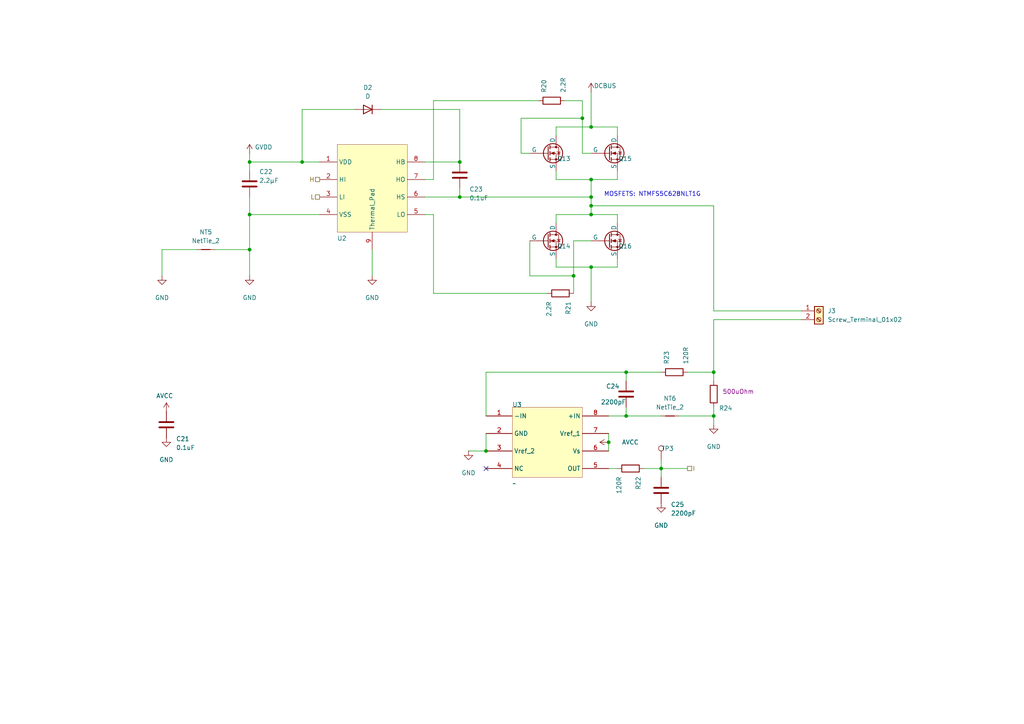
<source format=kicad_sch>
(kicad_sch (version 20231120) (generator "eeschema") (generator_version "8.0")
  (paper "A4")
  (lib_symbols
    (symbol "Connector:Screw_Terminal_01x02" (pin_names (offset 1.016) hide)
      (property "Reference" "J" (at 0 2.54 0))
      (property "Value" "Screw_Terminal_01x02" (at 0 -5.08 0))
      (symbol "Screw_Terminal_01x02_1_1"
        (rectangle (start -1.27 1.27) (end 1.27 -3.81) (stroke (width 0.254)) (fill (type background)))
        (circle (center 0 -2.54) (radius 0.635) (stroke (width 0.1524)))
        (polyline (pts (xy -0.5334 -2.2098) (xy 0.3302 -3.048)) (stroke (width 0.1524)))
        (polyline (pts (xy -0.5334 0.3302) (xy 0.3302 -0.508)) (stroke (width 0.1524)))
        (polyline (pts (xy -0.3556 -2.032) (xy 0.508 -2.8702)) (stroke (width 0.1524)))
        (polyline (pts (xy -0.3556 0.508) (xy 0.508 -0.3302)) (stroke (width 0.1524)))
        (circle (center 0 0) (radius 0.635) (stroke (width 0.1524)))
        (pin passive line (at -5.08 0 0) (length 3.81) (name "Pin_1") (number "1"))
        (pin passive line (at -5.08 -2.54 0) (length 3.81) (name "Pin_2") (number "2"))
      )
    )
    (symbol "Connector:TestPoint" (pin_numbers hide) (pin_names (offset 0.762) hide)
      (property "Reference" "TP" (at 0 6.858 0))
      (property "Value" "TestPoint" (at 0 5.08 0))
      (symbol "TestPoint_0_1"
        (circle (center 0 3.302) (radius 0.762))
      )
      (symbol "TestPoint_1_1"
        (pin passive line (at 0 0 90) (length 2.54) (name "1") (number "1"))
      )
    )
    (symbol "CustomNMOS:NMOS_1" (pin_numbers hide) (pin_names (offset 0))
      (property "Reference" "Q1" (at 2.794 0.254 0))
      (symbol "NMOS_1_0_1"
        (polyline (pts (xy 0.254 0) (xy -2.54 0)))
        (polyline (pts (xy 0.254 1.905) (xy 0.254 -1.905)) (stroke (width 0.254)))
        (polyline (pts (xy 0.762 -1.27) (xy 0.762 -2.286)) (stroke (width 0.254)))
        (polyline (pts (xy 0.762 0.508) (xy 0.762 -0.508)) (stroke (width 0.254)))
        (polyline (pts (xy 0.762 2.286) (xy 0.762 1.27)) (stroke (width 0.254)))
        (polyline (pts (xy 2.54 2.54) (xy 2.54 1.778)))
        (polyline (pts (xy 2.54 -2.54) (xy 2.54 0) (xy 0.762 0)))
        (polyline (pts (xy 0.762 -1.778) (xy 3.302 -1.778) (xy 3.302 1.778) (xy 0.762 1.778)))
        (polyline (pts (xy 1.016 0) (xy 2.032 0.381) (xy 2.032 -0.381) (xy 1.016 0)) (fill (type outline)))
        (polyline (pts (xy 2.794 0.508) (xy 2.921 0.381) (xy 3.683 0.381) (xy 3.81 0.254)))
        (polyline (pts (xy 3.302 0.381) (xy 2.921 -0.254) (xy 3.683 -0.254) (xy 3.302 0.381)))
        (circle (center 1.651 0) (radius 2.794) (stroke (width 0.254)))
        (circle (center 2.54 -1.778) (radius 0.254) (fill (type outline)))
        (circle (center 2.54 1.778) (radius 0.254) (fill (type outline)))
      )
      (symbol "NMOS_1_1_1"
        (pin passive line (at 2.54 -5.08 90) (length 2.54) (name "S") (number "1"))
        (pin input line (at -5.08 0 0) (length 2.54) (name "G") (number "4"))
        (pin passive line (at 2.54 5.08 270) (length 2.54) (name "D") (number "5"))
      )
    )
    (symbol "Device:C" (pin_numbers hide) (pin_names (offset 0.254))
      (property "Reference" "C" (at 0.635 2.54 0))
      (property "Value" "C" (at 0.635 -2.54 0))
      (symbol "C_0_1"
        (polyline (pts (xy -2.032 -0.762) (xy 2.032 -0.762)) (stroke (width 0.508)))
        (polyline (pts (xy -2.032 0.762) (xy 2.032 0.762)) (stroke (width 0.508)))
      )
      (symbol "C_1_1"
        (pin passive line (at 0 3.81 270) (length 2.794) (name "~") (number "1"))
        (pin passive line (at 0 -3.81 90) (length 2.794) (name "~") (number "2"))
      )
    )
    (symbol "Device:D" (pin_numbers hide) (pin_names (offset 1.016) hide)
      (property "Reference" "D" (at 0 2.54 0))
      (property "Value" "D" (at 0 -2.54 0))
      (symbol "D_0_1"
        (polyline (pts (xy -1.27 1.27) (xy -1.27 -1.27)) (stroke (width 0.254)))
        (polyline (pts (xy 1.27 0) (xy -1.27 0)))
        (polyline (pts (xy 1.27 1.27) (xy 1.27 -1.27) (xy -1.27 0) (xy 1.27 1.27)) (stroke (width 0.254)))
      )
      (symbol "D_1_1"
        (pin passive line (at -3.81 0 0) (length 2.54) (name "K") (number "1"))
        (pin passive line (at 3.81 0 180) (length 2.54) (name "A") (number "2"))
      )
    )
    (symbol "Device:NetTie_2" (pin_numbers hide) (pin_names (offset 0) hide) (in_bom no)
      (property "Reference" "NT" (at 0 1.27 0))
      (property "Value" "NetTie_2" (at 0 -1.27 0))
      (symbol "NetTie_2_0_1"
        (polyline (pts (xy -1.27 0) (xy 1.27 0)) (stroke (width 0.254)))
      )
      (symbol "NetTie_2_1_1"
        (pin passive line (at -2.54 0 0) (length 2.54) (name "1") (number "1"))
        (pin passive line (at 2.54 0 180) (length 2.54) (name "2") (number "2"))
      )
    )
    (symbol "Device:R" (pin_numbers hide) (pin_names (offset 0))
      (property "Reference" "R" (at 2.032 0 90))
      (property "Value" "R" (at 0 0 90))
      (symbol "R_0_1"
        (rectangle (start -1.016 -2.54) (end 1.016 2.54) (stroke (width 0.254)))
      )
      (symbol "R_1_1"
        (pin passive line (at 0 3.81 270) (length 1.27) (name "~") (number "1"))
        (pin passive line (at 0 -3.81 90) (length 1.27) (name "~") (number "2"))
      )
    )
    (symbol "Top-altium-import:Aux_0_AD8418WBRZ"
      (symbol "Aux_0_AD8418WBRZ_1_0"
        (rectangle (start 20.32 20.32) (end 0 0) (stroke (width 0.0254) (color 128 0 0 1)) (fill (type background)))
        (pin passive line (at -7.62 17.78 0) (length 7.62) (name "-IN") (number "1"))
        (pin passive line (at -7.62 12.7 0) (length 7.62) (name "GND") (number "2"))
        (pin passive line (at -7.62 7.62 0) (length 7.62) (name "Vref_2") (number "3"))
        (pin passive line (at -7.62 2.54 0) (length 7.62) (name "NC") (number "4"))
        (pin passive line (at 27.94 2.54 180) (length 7.62) (name "OUT") (number "5"))
        (pin passive line (at 27.94 7.62 180) (length 7.62) (name "Vs") (number "6"))
        (pin passive line (at 27.94 12.7 180) (length 7.62) (name "Vref_1") (number "7"))
        (pin passive line (at 27.94 17.78 180) (length 7.62) (name "+IN") (number "8"))
      )
    )
    (symbol "Top-altium-import:Aux_0_LM5109BSD/NOPB"
      (symbol "Aux_0_LM5109BSD/NOPB_1_0"
        (rectangle (start 20.32 25.4) (end 0 0) (stroke (width 0.0254) (color 128 0 0 1)) (fill (type background)))
        (pin passive line (at -5.08 20.32 0) (length 5.08) (name "VDD") (number "1"))
        (pin passive line (at -5.08 15.24 0) (length 5.08) (name "HI") (number "2"))
        (pin passive line (at -5.08 10.16 0) (length 5.08) (name "LI") (number "3"))
        (pin passive line (at -5.08 5.08 0) (length 5.08) (name "VSS") (number "4"))
        (pin passive line (at 25.4 5.08 180) (length 5.08) (name "LO") (number "5"))
        (pin passive line (at 25.4 10.16 180) (length 5.08) (name "HS") (number "6"))
        (pin passive line (at 25.4 15.24 180) (length 5.08) (name "HO") (number "7"))
        (pin passive line (at 25.4 20.32 180) (length 5.08) (name "HB") (number "8"))
        (pin passive line (at 10.16 -5.08 90) (length 5.08) (name "Thermal_Pad") (number "9"))
      )
    )
    (symbol "power:GND" (power) (pin_numbers hide) (pin_names (offset 0) hide)
      (property "Value" "GND" (at 0 -3.81 0))
      (symbol "GND_0_1"
        (polyline (pts (xy 0 0) (xy 0 -1.27) (xy 1.27 -1.27) (xy 0 -2.54) (xy -1.27 -1.27) (xy 0 -1.27)))
      )
      (symbol "GND_1_1"
        (pin power_in line (at 0 0 270) (length 0) (name "~") (number "1"))
      )
    )
    (symbol "power:VCC" (power) (pin_numbers hide) (pin_names (offset 0) hide)
      (property "Value" "VCC" (at 0 3.556 0))
      (symbol "VCC_0_1"
        (polyline (pts (xy -0.762 1.27) (xy 0 2.54)))
        (polyline (pts (xy 0 0) (xy 0 2.54)))
        (polyline (pts (xy 0 2.54) (xy 0.762 1.27)))
      )
      (symbol "VCC_1_1"
        (pin power_in line (at 0 0 90) (length 0) (name "~") (number "1"))
      )
    )
    (symbol "power:VCCQ" (power) (pin_numbers hide) (pin_names (offset 0) hide)
      (property "Value" "VCCQ" (at 0 3.556 0))
      (symbol "VCCQ_0_1"
        (polyline (pts (xy -0.762 1.27) (xy 0 2.54)))
        (polyline (pts (xy 0 0) (xy 0 2.54)))
        (polyline (pts (xy 0 2.54) (xy 0.762 1.27)))
      )
      (symbol "VCCQ_1_1"
        (pin power_in line (at 0 0 90) (length 0) (name "~") (number "1"))
      )
    )
  )
  (junction (at 171.45 36.83))
  (junction (at 181.61 107.95))
  (junction (at 140.97 130.81))
  (junction (at 133.35 46.99))
  (junction (at 72.39 72.39))
  (junction (at 171.45 77.47))
  (junction (at 181.61 120.65))
  (junction (at 166.37 80.01))
  (junction (at 72.39 46.99))
  (junction (at 171.45 57.15))
  (junction (at 133.35 57.15))
  (junction (at 191.77 135.89))
  (junction (at 72.39 62.23))
  (junction (at 171.45 59.69))
  (junction (at 207.01 107.95))
  (junction (at 171.45 52.07))
  (junction (at 171.45 62.23))
  (junction (at 207.01 120.65))
  (junction (at 87.63 46.99))
  (junction (at 168.91 34.29))
  (junction (at 176.53 128.27))
  (no_connect (at 140.97 135.89))
  (wire (pts (xy 123.19 57.15) (xy 133.35 57.15)))
  (wire (pts (xy 181.61 107.95) (xy 191.77 107.95)))
  (wire (pts (xy 166.37 80.01) (xy 166.37 69.85)))
  (wire (pts (xy 107.95 80.01) (xy 107.95 72.39)))
  (wire (pts (xy 125.73 85.09) (xy 125.73 62.23)))
  (wire (pts (xy 161.29 52.07) (xy 171.45 52.07)))
  (wire (pts (xy 168.91 44.45) (xy 168.91 34.29)))
  (wire (pts (xy 140.97 125.73) (xy 140.97 130.81)))
  (wire (pts (xy 46.99 72.39) (xy 57.15 72.39)))
  (wire (pts (xy 171.45 52.07) (xy 171.45 57.15)))
  (wire (pts (xy 46.99 72.39) (xy 46.99 80.01)))
  (wire (pts (xy 62.23 72.39) (xy 72.39 72.39)))
  (wire (pts (xy 171.45 77.47) (xy 179.07 77.47)))
  (wire (pts (xy 176.53 130.81) (xy 176.53 128.27)))
  (wire (pts (xy 140.97 107.95) (xy 140.97 120.65)))
  (wire (pts (xy 196.85 120.65) (xy 207.01 120.65)))
  (wire (pts (xy 87.63 31.75) (xy 87.63 46.99)))
  (wire (pts (xy 207.01 92.71) (xy 207.01 107.95)))
  (wire (pts (xy 72.39 72.39) (xy 72.39 62.23)))
  (wire (pts (xy 125.73 52.07) (xy 125.73 29.21)))
  (wire (pts (xy 179.07 77.47) (xy 179.07 74.93)))
  (wire (pts (xy 171.45 77.47) (xy 171.45 87.63)))
  (wire (pts (xy 207.01 118.11) (xy 207.01 120.65)))
  (wire (pts (xy 72.39 44.45) (xy 72.39 46.99)))
  (wire (pts (xy 181.61 120.65) (xy 191.77 120.65)))
  (wire (pts (xy 181.61 107.95) (xy 140.97 107.95)))
  (wire (pts (xy 125.73 62.23) (xy 123.19 62.23)))
  (wire (pts (xy 181.61 120.65) (xy 181.61 118.11)))
  (wire (pts (xy 87.63 31.75) (xy 102.87 31.75)))
  (wire (pts (xy 92.71 46.99) (xy 87.63 46.99)))
  (wire (pts (xy 161.29 74.93) (xy 161.29 77.47)))
  (wire (pts (xy 133.35 31.75) (xy 133.35 46.99)))
  (wire (pts (xy 161.29 77.47) (xy 171.45 77.47)))
  (wire (pts (xy 181.61 107.95) (xy 181.61 110.49)))
  (wire (pts (xy 171.45 44.45) (xy 168.91 44.45)))
  (wire (pts (xy 125.73 85.09) (xy 158.75 85.09)))
  (wire (pts (xy 171.45 36.83) (xy 179.07 36.83)))
  (wire (pts (xy 140.97 130.81) (xy 135.89 130.81)))
  (wire (pts (xy 171.45 36.83) (xy 171.45 26.67)))
  (wire (pts (xy 123.19 52.07) (xy 125.73 52.07)))
  (wire (pts (xy 179.07 36.83) (xy 179.07 39.37)))
  (wire (pts (xy 125.73 29.21) (xy 156.21 29.21)))
  (wire (pts (xy 161.29 39.37) (xy 161.29 36.83)))
  (wire (pts (xy 161.29 49.53) (xy 161.29 52.07)))
  (wire (pts (xy 153.67 69.85) (xy 153.67 80.01)))
  (wire (pts (xy 133.35 57.15) (xy 133.35 54.61)))
  (wire (pts (xy 207.01 59.69) (xy 207.01 90.17)))
  (wire (pts (xy 171.45 52.07) (xy 179.07 52.07)))
  (wire (pts (xy 179.07 135.89) (xy 176.53 135.89)))
  (wire (pts (xy 191.77 135.89) (xy 191.77 138.43)))
  (wire (pts (xy 168.91 29.21) (xy 168.91 34.29)))
  (wire (pts (xy 179.07 62.23) (xy 179.07 64.77)))
  (wire (pts (xy 207.01 110.49) (xy 207.01 107.95)))
  (wire (pts (xy 207.01 123.19) (xy 207.01 120.65)))
  (wire (pts (xy 171.45 62.23) (xy 179.07 62.23)))
  (wire (pts (xy 87.63 46.99) (xy 72.39 46.99)))
  (wire (pts (xy 199.39 107.95) (xy 207.01 107.95)))
  (wire (pts (xy 207.01 90.17) (xy 232.41 90.17)))
  (wire (pts (xy 171.45 57.15) (xy 171.45 59.69)))
  (wire (pts (xy 176.53 120.65) (xy 181.61 120.65)))
  (wire (pts (xy 161.29 62.23) (xy 171.45 62.23)))
  (wire (pts (xy 191.77 133.35) (xy 191.77 135.89)))
  (wire (pts (xy 72.39 62.23) (xy 72.39 57.15)))
  (wire (pts (xy 166.37 85.09) (xy 166.37 80.01)))
  (wire (pts (xy 92.71 62.23) (xy 72.39 62.23)))
  (wire (pts (xy 133.35 46.99) (xy 123.19 46.99)))
  (wire (pts (xy 161.29 36.83) (xy 171.45 36.83)))
  (wire (pts (xy 110.49 31.75) (xy 133.35 31.75)))
  (wire (pts (xy 176.53 128.27) (xy 176.53 125.73)))
  (wire (pts (xy 72.39 46.99) (xy 72.39 49.53)))
  (wire (pts (xy 161.29 64.77) (xy 161.29 62.23)))
  (wire (pts (xy 207.01 92.71) (xy 232.41 92.71)))
  (wire (pts (xy 171.45 59.69) (xy 207.01 59.69)))
  (wire (pts (xy 72.39 80.01) (xy 72.39 72.39)))
  (wire (pts (xy 151.13 34.29) (xy 151.13 44.45)))
  (wire (pts (xy 151.13 44.45) (xy 153.67 44.45)))
  (wire (pts (xy 186.69 135.89) (xy 191.77 135.89)))
  (wire (pts (xy 179.07 52.07) (xy 179.07 49.53)))
  (wire (pts (xy 168.91 34.29) (xy 151.13 34.29)))
  (wire (pts (xy 191.77 135.89) (xy 199.39 135.89)))
  (wire (pts (xy 171.45 59.69) (xy 171.45 62.23)))
  (wire (pts (xy 166.37 69.85) (xy 171.45 69.85)))
  (wire (pts (xy 133.35 57.15) (xy 171.45 57.15)))
  (wire (pts (xy 163.83 29.21) (xy 168.91 29.21)))
  (wire (pts (xy 153.67 80.01) (xy 166.37 80.01)))
  (text "MOSFETS: NTMFS5C628NLT1G" (at 189.23 57.15 0) (effects (font (size 1.27 1.27)) (justify bottom)))
  (hierarchical_label "I" (shape passive) (at 199.39 135.89 0))
  (hierarchical_label "L" (shape passive) (at 92.71 57.15 180))
  (hierarchical_label "H" (shape passive) (at 92.71 52.07 180))
  (symbol (lib_id "power:GND") (at 207.01 123.19 0) (unit 1)
    (property "Reference" "#PWR031" (effects (hide yes)))
    (property "Value" "GND" (at 207.01 129.54 0))
  )
  (symbol (lib_id "CustomNMOS:NMOS_1") (at 158.75 69.85 0) (unit 1)
    (property "Reference" "Q14" (at 161.544 72.136 0) (effects (justify left bottom)))
    (property "Footprint" "Package_SO:ONSemi_SO-8FL_488AA" (effects (hide yes)))
    (property "Description" "MOSFET N-CH 30V 13A SO8FL" (effects (hide yes)))
    (property "SUPPLIER 1" "Digi-Key" (effects (hide yes)))
    (property "SUPPLIER PART NUMBER 1" "NTMFS4935NT1GOSCT-ND" (effects (hide yes)))
    (property "MANUFACTURER" "ON Semiconductor" (effects (hide yes)))
    (property "ROHS" "RoHS Compliant" (effects (hide yes)))
    (property "CATEGORY" "Discrete Semiconductor Products" (effects (hide yes)))
    (property "STOCK 1" "932" (effects (hide yes)))
    (property "PRICING 1" "1=0.61, 10=0.541, 100=0.4145, 500=0.3277 (USD)" (effects (hide yes)))
    (property "PACKAGING" "Cut Tape (CT)" (effects (hide yes)))
    (property "PART STATUS" "Active" (effects (hide yes)))
    (property "FET TYPE" "N-Channel" (effects (hide yes)))
    (property "TECHNOLOGY" "MOSFET (Metal Oxide)" (effects (hide yes)))
    (property "DRAIN TO SOURCE VOLTAGE (VDSS)" "30V" (effects (hide yes)))
    (property "CURRENT - CONTINUOUS DRAIN (ID) @ 25°C" "13A (Ta), 93A (Tc)" (effects (hide yes)))
    (property "DRIVE VOLTAGE (MAX RDS ON,  MIN RDS ON)" "4.5V, 10V" (effects (hide yes)))
    (property "VGS(TH) (MAX) @ ID" "2.2V @ 250µA" (effects (hide yes)))
    (property "GATE CHARGE (QG) (MAX) @ VGS" "49.4nC @ 10V" (effects (hide yes)))
    (property "INPUT CAPACITANCE (CISS) (MAX) @ VDS" "4850pF @ 15V" (effects (hide yes)))
    (property "VGS (MAX)" "±20V" (effects (hide yes)))
    (property "FET FEATURE" "-" (effects (hide yes)))
    (property "POWER DISSIPATION (MAX)" "930mW (Ta), 48W (Tc)" (effects (hide yes)))
    (property "RDS ON (MAX) @ ID, VGS" "3.2 mOhm @ 30A, 10V" (effects (hide yes)))
    (property "OPERATING TEMPERATURE" "-55°C ~ 150°C (TJ)" (effects (hide yes)))
    (property "MOUNTING TYPE" "Surface Mount" (effects (hide yes)))
    (property "SUPPLIER DEVICE PACKAGE" "5-DFN (5x6) (8-SOFL)" (effects (hide yes)))
    (property "PACKAGE / CASE" "8-PowerTDFN, 5 Leads" (effects (hide yes)))
    (property "COMPONENTLINK1URL" "http://www.onsemi.com/pub_link/Collateral/NTMFS4935N-D.PDF" (effects (hide yes)))
    (property "COMPONENTLINK1DESCRIPTION" "http://www.onsemi.com/pub_link/Collateral/NTMFS4935N-D.PDF" (effects (hide yes)))
    (property "MANUFACTURER PART NUMBER" "NTMFS4935NT1G" (effects (hide yes)))
  )
  (symbol (lib_id "Top-altium-import:Aux_0_LM5109BSD/NOPB") (at 97.79 67.31 0) (unit 1)
    (property "Reference" "U2" (at 97.79 69.85 0) (effects (justify left bottom)))
    (property "Footprint" "Package_SON:WSON-8-1EP_4x4mm_P0.8mm_EP2.6x3mm" (effects (hide yes)))
    (property "Description" "DRIVER, MOSFET, HALF BRIDGE, WSON-8, 1A" (effects (hide yes)))
    (property "SUPPLIER 1" "Farnell" (effects (hide yes)))
    (property "SUPPLIER PART NUMBER 1" "2400642RL" (effects (hide yes)))
    (property "SUPPLIER 2" "Farnell" (effects (hide yes)))
    (property "SUPPLIER PART NUMBER 2" "2400642" (effects (hide yes)))
    (property "SUPPLIER 3" "Farnell" (effects (hide yes)))
    (property "SUPPLIER PART NUMBER 3" "2382850" (effects (hide yes)))
  )
  (symbol (lib_id "CustomNMOS:NMOS_1") (at 176.53 69.85 0) (unit 1)
    (property "Reference" "Q16" (at 179.324 72.136 0) (effects (justify left bottom)))
    (property "Footprint" "Package_SO:ONSemi_SO-8FL_488AA" (effects (hide yes)))
    (property "Description" "MOSFET N-CH 30V 13A SO8FL" (effects (hide yes)))
    (property "SUPPLIER 1" "Digi-Key" (effects (hide yes)))
    (property "SUPPLIER PART NUMBER 1" "NTMFS4935NT1GOSCT-ND" (effects (hide yes)))
    (property "MANUFACTURER" "ON Semiconductor" (effects (hide yes)))
    (property "ROHS" "RoHS Compliant" (effects (hide yes)))
    (property "CATEGORY" "Discrete Semiconductor Products" (effects (hide yes)))
    (property "STOCK 1" "932" (effects (hide yes)))
    (property "PRICING 1" "1=0.61, 10=0.541, 100=0.4145, 500=0.3277 (USD)" (effects (hide yes)))
    (property "PACKAGING" "Cut Tape (CT)" (effects (hide yes)))
    (property "PART STATUS" "Active" (effects (hide yes)))
    (property "FET TYPE" "N-Channel" (effects (hide yes)))
    (property "TECHNOLOGY" "MOSFET (Metal Oxide)" (effects (hide yes)))
    (property "DRAIN TO SOURCE VOLTAGE (VDSS)" "30V" (effects (hide yes)))
    (property "CURRENT - CONTINUOUS DRAIN (ID) @ 25°C" "13A (Ta), 93A (Tc)" (effects (hide yes)))
    (property "DRIVE VOLTAGE (MAX RDS ON,  MIN RDS ON)" "4.5V, 10V" (effects (hide yes)))
    (property "VGS(TH) (MAX) @ ID" "2.2V @ 250µA" (effects (hide yes)))
    (property "GATE CHARGE (QG) (MAX) @ VGS" "49.4nC @ 10V" (effects (hide yes)))
    (property "INPUT CAPACITANCE (CISS) (MAX) @ VDS" "4850pF @ 15V" (effects (hide yes)))
    (property "VGS (MAX)" "±20V" (effects (hide yes)))
    (property "FET FEATURE" "-" (effects (hide yes)))
    (property "POWER DISSIPATION (MAX)" "930mW (Ta), 48W (Tc)" (effects (hide yes)))
    (property "RDS ON (MAX) @ ID, VGS" "3.2 mOhm @ 30A, 10V" (effects (hide yes)))
    (property "OPERATING TEMPERATURE" "-55°C ~ 150°C (TJ)" (effects (hide yes)))
    (property "MOUNTING TYPE" "Surface Mount" (effects (hide yes)))
    (property "SUPPLIER DEVICE PACKAGE" "5-DFN (5x6) (8-SOFL)" (effects (hide yes)))
    (property "PACKAGE / CASE" "8-PowerTDFN, 5 Leads" (effects (hide yes)))
    (property "COMPONENTLINK1URL" "http://www.onsemi.com/pub_link/Collateral/NTMFS4935N-D.PDF" (effects (hide yes)))
    (property "COMPONENTLINK1DESCRIPTION" "http://www.onsemi.com/pub_link/Collateral/NTMFS4935N-D.PDF" (effects (hide yes)))
    (property "MANUFACTURER PART NUMBER" "NTMFS4935NT1G" (effects (hide yes)))
  )
  (symbol (lib_id "power:VCC") (at 176.53 128.27 90) (unit 1)
    (property "Reference" "#PWR029" (effects (hide yes)))
    (property "Value" "AVCC" (at 180.34 128.27 90) (effects (justify right)))
  )
  (symbol (lib_id "Device:C") (at 72.39 53.34 0) (unit 1)
    (property "Reference" "C22" (at 75.184 50.546 0) (effects (justify left bottom)))
    (property "Value" "${CAPACITANCE}" (at 75.184 53.086 0) (effects (justify left bottom)))
    (property "Footprint" "Capacitor_SMD:C_0603_1608Metric" (effects (hide yes)))
    (property "Description" "CAP CER 2.2UF 16V X5R 0603" (effects (hide yes)))
    (property "SUPPLIER 1" "Digi-Key" (effects (hide yes)))
    (property "SUPPLIER PART NUMBER 1" "490-3296-1-ND" (effects (hide yes)))
    (property "MANUFACTURER" "Murata Electronics North America" (effects (hide yes)))
    (property "MANUFACTURER PART NUMBER" "GRM188R61C225KE15D" (effects (hide yes)))
    (property "ROHS" "RoHS Compliant" (effects (hide yes)))
    (property "CATEGORY" "Capacitors" (effects (hide yes)))
    (property "STOCK 1" "1255740" (effects (hide yes)))
    (property "PRICING 1" "1=0.12, 10=0.08, 50=0.046, 100=0.038, 250=0.032, 500=0.0268, 1000=0.022 (USD)" (effects (hide yes)))
    (property "PACKAGING" "Cut Tape (CT)" (effects (hide yes)))
    (property "CAPACITANCE" "2.2µF" (effects (hide yes)))
    (property "TOLERANCE" "±10%" (effects (hide yes)))
    (property "VOLTAGE - RATED" "16V" (effects (hide yes)))
    (property "TEMPERATURE COEFFICIENT" "X5R" (effects (hide yes)))
    (property "MOUNTING TYPE" "Surface Mount, MLCC" (effects (hide yes)))
    (property "OPERATING TEMPERATURE" "-55°C ~ 85°C" (effects (hide yes)))
    (property "APPLICATIONS" "General Purpose" (effects (hide yes)))
    (property "RATINGS" "-" (effects (hide yes)))
    (property "PACKAGE / CASE" "0603 (1608 Metric)" (effects (hide yes)))
    (property "SIZE / DIMENSION" "0.063\" L x 0.031\" W (1.60mm x 0.80mm)" (effects (hide yes)))
    (property "HEIGHT - SEATED (MAX)" "-" (effects (hide yes)))
    (property "THICKNESS (MAX)" "0.035\" (0.90mm)" (effects (hide yes)))
    (property "LEAD SPACING" "-" (effects (hide yes)))
    (property "FEATURES" "-" (effects (hide yes)))
    (property "LEAD STYLE" "-" (effects (hide yes)))
    (property "COMPONENTLINK1URL" "http://www.murata.com/~/media/webrenewal/support/library/catalog/products/capacitor/mlcc/c02e.pdf" (effects (hide yes)))
    (property "COMPONENTLINK1DESCRIPTION" "http://www.murata.com/~/media/webrenewal/support/library/catalog/products/capacitor/mlcc/c02e.pdf" (effects (hide yes)))
  )
  (symbol (lib_id "Device:R") (at 160.02 29.21 90) (unit 1)
    (property "Reference" "R20" (at 158.496 26.924 0) (effects (justify left bottom)))
    (property "Value" "2.2R" (at 164.084 26.924 0) (effects (justify left bottom)))
    (property "Footprint" "Resistor_SMD:R_0603_1608Metric" (effects (hide yes)))
    (property "Description" "RES SMD 2.2 OHM 1% 1/10W 0603" (effects (hide yes)))
    (property "SUPPLIER 1" "Digi-Key" (effects (hide yes)))
    (property "SUPPLIER PART NUMBER 1" "311-2.2HRCT-ND" (effects (hide yes)))
    (property "MANUFACTURER" "Yageo" (effects (hide yes)))
    (property "MANUFACTURER PART NUMBER" "RC0603FR-072R2L" (effects (hide yes)))
    (property "ROHS" "RoHS Compliant" (effects (hide yes)))
    (property "CATEGORY" "Resistors" (effects (hide yes)))
    (property "STOCK 1" "16531" (effects (hide yes)))
    (property "PRICING 1" "1=0.1, 10=0.02, 25=0.0144, 100=0.0082, 250=0.00624, 500=0.00498, 1000=0.00367, 2500=0.00319 (USD)" (effects (hide yes)))
    (property "PACKAGING" "Cut Tape (CT)" (effects (hide yes)))
    (property "RESISTANCE (OHMS)" "2.2" (effects (hide yes)))
    (property "TOLERANCE" "±1%" (effects (hide yes)))
    (property "POWER (WATTS)" "0.1W, 1/10W" (effects (hide yes)))
    (property "COMPOSITION" "Thick Film" (effects (hide yes)))
    (property "FEATURES" "Moisture Resistant" (effects (hide yes)))
    (property "TEMPERATURE COEFFICIENT" "±200ppm/°C" (effects (hide yes)))
    (property "OPERATING TEMPERATURE" "-55°C ~ 155°C" (effects (hide yes)))
    (property "PACKAGE / CASE" "0603 (1608 Metric)" (effects (hide yes)))
    (property "SUPPLIER DEVICE PACKAGE" "0603" (effects (hide yes)))
    (property "SIZE / DIMENSION" "0.063\" L x 0.031\" W (1.60mm x 0.80mm)" (effects (hide yes)))
    (property "HEIGHT" "0.022\" (0.55mm)" (effects (hide yes)))
    (property "NUMBER OF TERMINATIONS" "2" (effects (hide yes)))
    (property "COMPONENTLINK1URL" "http://www.yageo.com/documents/recent/PYu-RC_Group_51_RoHS_L_04.pdf" (effects (hide yes)))
    (property "COMPONENTLINK1DESCRIPTION" "http://www.yageo.com/documents/recent/PYu-RC_Group_51_RoHS_L_04.pdf" (effects (hide yes)))
  )
  (symbol (lib_id "Device:R") (at 207.01 114.3 0) (unit 1)
    (property "Reference" "R24" (at 208.534 119.126 0) (effects (justify left bottom)))
    (property "Value" "500uOhm" (effects (hide yes)))
    (property "Footprint" "Resistor_SMD:R_2512_6332Metric" (effects (hide yes)))
    (property "Description" "RES SMD 0.0005 OHM 1% 3W 2512" (effects (hide yes)))
    (property "ALTIUM_VALUE" "500uOhm" (at 209.55 114.3 0) (effects (justify left bottom)))
    (property "SUPPLIER 1" "Digi-Key" (effects (hide yes)))
    (property "SUPPLIER PART NUMBER 1" "696-1183-2-ND" (effects (hide yes)))
    (property "MANUFACTURER" "Riedon" (effects (hide yes)))
    (property "ROHS" "RoHS Compliant" (effects (hide yes)))
    (property "CATEGORY" "Resistors" (effects (hide yes)))
    (property "STOCK" "2000" (effects (hide yes)))
    (property "PRICING 1" "2000=0.19817, 6000=0.1937, 10000=0.187, 50000=0.18148 (USD)" (effects (hide yes)))
    (property "PACKAGING" "Tape & Reel (TR)" (effects (hide yes)))
    (property "PART STATUS" "Active" (effects (hide yes)))
    (property "TOLERANCE" "±1%" (effects (hide yes)))
    (property "POWER (WATTS)" "3W" (effects (hide yes)))
    (property "COMPOSITION" "Metal Element" (effects (hide yes)))
    (property "FEATURES" "Current Sense" (effects (hide yes)))
    (property "TEMPERATURE COEFFICIENT" "±100ppm/°C" (effects (hide yes)))
    (property "OPERATING TEMPERATURE" "-55°C ~ 170°C" (effects (hide yes)))
    (property "PACKAGE / CASE" "2512 (6432 Metric)" (effects (hide yes)))
    (property "SUPPLIER DEVICE PACKAGE" "2512" (effects (hide yes)))
    (property "SIZE / DIMENSION" "0.250\" L x 0.118\" W (6.35mm x 3.00mm)" (effects (hide yes)))
    (property "HEIGHT - SEATED (MAX)" "0.057\" (1.45mm)" (effects (hide yes)))
    (property "FAILURE RATE" "-" (effects (hide yes)))
    (property "COMPONENTLINK1URL" "http://riedon.com/media/pdf/CSR.pdf" (effects (hide yes)))
    (property "COMPONENTLINK1DESCRIPTION" "http://riedon.com/media/pdf/CSR.pdf" (effects (hide yes)))
    (property "SUPPLIER 2" "Digi-Key" (effects (hide yes)))
    (property "SUPPLIER PART NUMBER 2" "696-1183-1-ND" (effects (hide yes)))
    (property "PRICING 2" "1=0.69, 10=0.574, 25=0.4916, 50=0.4426, 100=0.3852, 250=0.3442, 500=0.27864, 1000=0.22536 (USD)" (effects (hide yes)))
    (property "MANUFACTURER PART NUMBER" "CSR2512C0R0005F" (effects (hide yes)))
  )
  (symbol (lib_id "Top-altium-import:Aux_0_AD8418WBRZ") (at 148.59 138.43 0) (unit 1)
    (property "Reference" "U3" (at 148.59 118.11 0) (effects (justify left bottom)))
    (property "Value" "~" (at 148.59 140.97 0) (effects (justify left bottom)))
    (property "Footprint" "Package_SO:SOIC-8_3.9x4.9mm_P1.27mm" (effects (hide yes)))
    (property "Description" "ANALOG DEVICES Current Sense Amplifier, Bidirectional, 1, 130 µA, NSOIC" (effects (hide yes)))
  )
  (symbol (lib_id "Device:D") (at 106.68 31.75 180) (unit 1)
    (property "Reference" "D2" (at 106.68 25.4 0))
    (property "Value" "D" (at 106.68 27.94 0))
    (property "Footprint" "Diode_SMD:D_SOD-123F" (effects (hide yes)))
    (property "Description" "Diode" (effects (hide yes)))
    (property "Sim.Device" "D" (effects (hide yes)))
    (property "Sim.Pins" "1=K 2=A" (effects (hide yes)))
  )
  (symbol (lib_id "power:GND") (at 48.26 127 0) (unit 1)
    (property "Reference" "#PWR024" (effects (hide yes)))
    (property "Value" "GND" (at 48.26 133.35 0))
  )
  (symbol (lib_id "Device:R") (at 162.56 85.09 270) (unit 1)
    (property "Reference" "R21" (at 164.084 87.376 0) (effects (justify left bottom)))
    (property "Value" "2.2R" (at 158.496 87.376 0) (effects (justify left bottom)))
    (property "Footprint" "Resistor_SMD:R_0603_1608Metric" (effects (hide yes)))
    (property "Description" "RES SMD 2.2 OHM 1% 1/10W 0603" (effects (hide yes)))
    (property "SUPPLIER 1" "Digi-Key" (effects (hide yes)))
    (property "SUPPLIER PART NUMBER 1" "311-2.2HRCT-ND" (effects (hide yes)))
    (property "MANUFACTURER" "Yageo" (effects (hide yes)))
    (property "MANUFACTURER PART NUMBER" "RC0603FR-072R2L" (effects (hide yes)))
    (property "ROHS" "RoHS Compliant" (effects (hide yes)))
    (property "CATEGORY" "Resistors" (effects (hide yes)))
    (property "STOCK 1" "16531" (effects (hide yes)))
    (property "PRICING 1" "1=0.1, 10=0.02, 25=0.0144, 100=0.0082, 250=0.00624, 500=0.00498, 1000=0.00367, 2500=0.00319 (USD)" (effects (hide yes)))
    (property "PACKAGING" "Cut Tape (CT)" (effects (hide yes)))
    (property "RESISTANCE (OHMS)" "2.2" (effects (hide yes)))
    (property "TOLERANCE" "±1%" (effects (hide yes)))
    (property "POWER (WATTS)" "0.1W, 1/10W" (effects (hide yes)))
    (property "COMPOSITION" "Thick Film" (effects (hide yes)))
    (property "FEATURES" "Moisture Resistant" (effects (hide yes)))
    (property "TEMPERATURE COEFFICIENT" "±200ppm/°C" (effects (hide yes)))
    (property "OPERATING TEMPERATURE" "-55°C ~ 155°C" (effects (hide yes)))
    (property "PACKAGE / CASE" "0603 (1608 Metric)" (effects (hide yes)))
    (property "SUPPLIER DEVICE PACKAGE" "0603" (effects (hide yes)))
    (property "SIZE / DIMENSION" "0.063\" L x 0.031\" W (1.60mm x 0.80mm)" (effects (hide yes)))
    (property "HEIGHT" "0.022\" (0.55mm)" (effects (hide yes)))
    (property "NUMBER OF TERMINATIONS" "2" (effects (hide yes)))
    (property "COMPONENTLINK1URL" "http://www.yageo.com/documents/recent/PYu-RC_Group_51_RoHS_L_04.pdf" (effects (hide yes)))
    (property "COMPONENTLINK1DESCRIPTION" "http://www.yageo.com/documents/recent/PYu-RC_Group_51_RoHS_L_04.pdf" (effects (hide yes)))
  )
  (symbol (lib_id "CustomNMOS:NMOS_1") (at 176.53 44.45 0) (unit 1)
    (property "Reference" "Q15" (at 179.324 46.736 0) (effects (justify left bottom)))
    (property "Footprint" "Package_SO:ONSemi_SO-8FL_488AA" (effects (hide yes)))
    (property "Description" "MOSFET N-CH 30V 13A SO8FL" (effects (hide yes)))
    (property "SUPPLIER 1" "Digi-Key" (effects (hide yes)))
    (property "SUPPLIER PART NUMBER 1" "NTMFS4935NT1GOSCT-ND" (effects (hide yes)))
    (property "MANUFACTURER" "ON Semiconductor" (effects (hide yes)))
    (property "ROHS" "RoHS Compliant" (effects (hide yes)))
    (property "CATEGORY" "Discrete Semiconductor Products" (effects (hide yes)))
    (property "STOCK 1" "932" (effects (hide yes)))
    (property "PRICING 1" "1=0.61, 10=0.541, 100=0.4145, 500=0.3277 (USD)" (effects (hide yes)))
    (property "PACKAGING" "Cut Tape (CT)" (effects (hide yes)))
    (property "PART STATUS" "Active" (effects (hide yes)))
    (property "FET TYPE" "N-Channel" (effects (hide yes)))
    (property "TECHNOLOGY" "MOSFET (Metal Oxide)" (effects (hide yes)))
    (property "DRAIN TO SOURCE VOLTAGE (VDSS)" "30V" (effects (hide yes)))
    (property "CURRENT - CONTINUOUS DRAIN (ID) @ 25°C" "13A (Ta), 93A (Tc)" (effects (hide yes)))
    (property "DRIVE VOLTAGE (MAX RDS ON,  MIN RDS ON)" "4.5V, 10V" (effects (hide yes)))
    (property "VGS(TH) (MAX) @ ID" "2.2V @ 250µA" (effects (hide yes)))
    (property "GATE CHARGE (QG) (MAX) @ VGS" "49.4nC @ 10V" (effects (hide yes)))
    (property "INPUT CAPACITANCE (CISS) (MAX) @ VDS" "4850pF @ 15V" (effects (hide yes)))
    (property "VGS (MAX)" "±20V" (effects (hide yes)))
    (property "FET FEATURE" "-" (effects (hide yes)))
    (property "POWER DISSIPATION (MAX)" "930mW (Ta), 48W (Tc)" (effects (hide yes)))
    (property "RDS ON (MAX) @ ID, VGS" "3.2 mOhm @ 30A, 10V" (effects (hide yes)))
    (property "OPERATING TEMPERATURE" "-55°C ~ 150°C (TJ)" (effects (hide yes)))
    (property "MOUNTING TYPE" "Surface Mount" (effects (hide yes)))
    (property "SUPPLIER DEVICE PACKAGE" "5-DFN (5x6) (8-SOFL)" (effects (hide yes)))
    (property "PACKAGE / CASE" "8-PowerTDFN, 5 Leads" (effects (hide yes)))
    (property "COMPONENTLINK1URL" "http://www.onsemi.com/pub_link/Collateral/NTMFS4935N-D.PDF" (effects (hide yes)))
    (property "COMPONENTLINK1DESCRIPTION" "http://www.onsemi.com/pub_link/Collateral/NTMFS4935N-D.PDF" (effects (hide yes)))
    (property "MANUFACTURER PART NUMBER" "NTMFS4935NT1G" (effects (hide yes)))
  )
  (symbol (lib_id "power:GND") (at 107.95 80.01 0) (unit 1)
    (property "Reference" "#PWR026" (effects (hide yes)))
    (property "Value" "GND" (at 107.95 86.36 0))
  )
  (symbol (lib_id "power:GND") (at 191.77 146.05 0) (unit 1)
    (property "Reference" "#PWR030" (effects (hide yes)))
    (property "Value" "GND" (at 191.77 152.4 0))
  )
  (symbol (lib_id "power:GND") (at 72.39 80.01 0) (unit 1)
    (property "Reference" "#PWR025" (effects (hide yes)))
    (property "Value" "GND" (at 72.39 86.36 0))
  )
  (symbol (lib_id "Device:R") (at 195.58 107.95 90) (unit 1)
    (property "Reference" "R23" (at 194.056 105.664 0) (effects (justify left bottom)))
    (property "Value" "120R" (at 199.644 105.664 0) (effects (justify left bottom)))
    (property "Footprint" "Resistor_SMD:R_0603_1608Metric" (effects (hide yes)))
    (property "Description" "RES SMD 120 OHM 1% 1/10W 0603" (effects (hide yes)))
    (property "SUPPLIER 1" "Digi-Key" (effects (hide yes)))
    (property "SUPPLIER PART NUMBER 1" "311-120HRCT-ND" (effects (hide yes)))
    (property "MANUFACTURER" "Yageo" (effects (hide yes)))
    (property "MANUFACTURER PART NUMBER" "RC0603FR-07120RL" (effects (hide yes)))
    (property "ROHS" "RoHS Compliant" (effects (hide yes)))
    (property "CATEGORY" "Resistors" (effects (hide yes)))
    (property "STOCK 1" "1545282" (effects (hide yes)))
    (property "PRICING 1" "1=0.1, 10=0.014, 25=0.01, 100=0.0057, 250=0.00436, 500=0.00348, 1000=0.00257, 2500=0.00223 (USD)" (effects (hide yes)))
    (property "PACKAGING" "Cut Tape (CT)" (effects (hide yes)))
    (property "RESISTANCE (OHMS)" "120" (effects (hide yes)))
    (property "TOLERANCE" "±1%" (effects (hide yes)))
    (property "POWER (WATTS)" "0.1W, 1/10W" (effects (hide yes)))
    (property "COMPOSITION" "Thick Film" (effects (hide yes)))
    (property "FEATURES" "Moisture Resistant" (effects (hide yes)))
    (property "TEMPERATURE COEFFICIENT" "±100ppm/°C" (effects (hide yes)))
    (property "OPERATING TEMPERATURE" "-55°C ~ 155°C" (effects (hide yes)))
    (property "PACKAGE / CASE" "0603 (1608 Metric)" (effects (hide yes)))
    (property "SUPPLIER DEVICE PACKAGE" "0603" (effects (hide yes)))
    (property "SIZE / DIMENSION" "0.063\" L x 0.031\" W (1.60mm x 0.80mm)" (effects (hide yes)))
    (property "HEIGHT" "0.022\" (0.55mm)" (effects (hide yes)))
    (property "NUMBER OF TERMINATIONS" "2" (effects (hide yes)))
    (property "COMPONENTLINK1URL" "http://www.yageo.com/documents/recent/PYu-RC_Group_51_RoHS_L_04.pdf" (effects (hide yes)))
    (property "COMPONENTLINK1DESCRIPTION" "http://www.yageo.com/documents/recent/PYu-RC_Group_51_RoHS_L_04.pdf" (effects (hide yes)))
  )
  (symbol (lib_id "Device:NetTie_2") (at 59.69 72.39 0) (unit 1) (in_bom no)
    (property "Reference" "NT5" (at 59.69 67.31 0))
    (property "Value" "NetTie_2" (at 59.69 69.85 0))
    (property "Footprint" "NetTie:NetTie-2_SMD_Pad0.5mm" (effects (hide yes)))
    (property "Description" "Net tie, 2 pins" (effects (hide yes)))
  )
  (symbol (lib_id "power:VCC") (at 48.26 119.38 0) (unit 1)
    (property "Reference" "#PWR023" (effects (hide yes)))
    (property "Value" "AVCC" (at 47.752 114.808 0))
  )
  (symbol (lib_id "Connector:Screw_Terminal_01x02") (at 237.49 90.17 0) (unit 1)
    (property "Reference" "J3" (at 240.03 90.1699 0) (effects (justify left)))
    (property "Value" "Screw_Terminal_01x02" (at 240.03 92.7099 0) (effects (justify left)))
    (property "Footprint" "TerminalBlock_MetzConnect:TerminalBlock_MetzConnect_Type011_RT05502HBWC_1x02_P5.00mm_Horizontal" (effects (hide yes)))
    (property "Description" "Generic screw terminal, single row, 01x02, script generated (kicad-library-utils/schlib/autogen/connector/)" (effects (hide yes)))
  )
  (symbol (lib_id "Device:C") (at 48.26 123.19 0) (unit 1)
    (property "Reference" "C21" (at 51.054 128.016 0) (effects (justify left bottom)))
    (property "Value" "${CAPACITANCE}" (at 51.054 130.556 0) (effects (justify left bottom)))
    (property "Footprint" "Capacitor_SMD:C_0603_1608Metric" (effects (hide yes)))
    (property "Description" "CAP CER 0.1UF 50V X7R 0603" (effects (hide yes)))
    (property "SUPPLIER 1" "Digi-Key" (effects (hide yes)))
    (property "SUPPLIER PART NUMBER 1" "490-1519-2-ND" (effects (hide yes)))
    (property "MANUFACTURER" "Murata Electronics North America" (effects (hide yes)))
    (property "MANUFACTURER PART NUMBER" "GRM188R71H104KA93D" (effects (hide yes)))
    (property "ROHS" "RoHS Compliant" (effects (hide yes)))
    (property "CATEGORY" "Capacitors" (effects (hide yes)))
    (property "PRICING 1" "4000=0.01822, 8000=0.01663, 12000=0.01584 (USD)" (effects (hide yes)))
    (property "PACKAGING" "Tape & Reel (TR)" (effects (hide yes)))
    (property "CAPACITANCE" "0.1uF" (effects (hide yes)))
    (property "TOLERANCE" "±10%" (effects (hide yes)))
    (property "VOLTAGE - RATED" "50V" (effects (hide yes)))
    (property "TEMPERATURE COEFFICIENT" "X7R" (effects (hide yes)))
    (property "MOUNTING TYPE" "Surface Mount, MLCC" (effects (hide yes)))
    (property "OPERATING TEMPERATURE" "-55°C ~ 125°C" (effects (hide yes)))
    (property "APPLICATIONS" "General Purpose" (effects (hide yes)))
    (property "RATINGS" "-" (effects (hide yes)))
    (property "PACKAGE / CASE" "0603 (1608 Metric)" (effects (hide yes)))
    (property "SIZE / DIMENSION" "0.063\" L x 0.032\" W (1.60mm x 0.80mm)" (effects (hide yes)))
    (property "HEIGHT - SEATED (MAX)" "-" (effects (hide yes)))
    (property "THICKNESS (MAX)" "0.035\" (0.90mm)" (effects (hide yes)))
    (property "LEAD SPACING" "-" (effects (hide yes)))
    (property "FEATURES" "-" (effects (hide yes)))
    (property "LEAD STYLE" "-" (effects (hide yes)))
    (property "COMPONENTLINK1URL" "http://www.murata.com/~/media/webrenewal/support/library/catalog/products/capacitor/mlcc/c02e.ashx?la=en-us" (effects (hide yes)))
    (property "COMPONENTLINK1DESCRIPTION" "http://www.murata.com/~/media/webrenewal/support/library/catalog/products/capacitor/mlcc/c02e.ashx?la=en-us" (effects (hide yes)))
    (property "STOCK" "19812000" (effects (hide yes)))
    (property "PART STATUS" "Active" (effects (hide yes)))
    (property "SUPPLIER 2" "Digi-Key" (effects (hide yes)))
    (property "SUPPLIER PART NUMBER 2" "490-1519-1-ND" (effects (hide yes)))
    (property "PRICING 2" "1=0.12, 10=0.084, 100=0.0396, 500=0.02778, 1000=0.023 (USD)" (effects (hide yes)))
  )
  (symbol (lib_id "power:GND") (at 171.45 87.63 0) (unit 1)
    (property "Reference" "#PWR028" (effects (hide yes)))
    (property "Value" "GND" (at 171.45 93.98 0))
  )
  (symbol (lib_id "CustomNMOS:NMOS_1") (at 158.75 44.45 0) (unit 1)
    (property "Reference" "Q13" (at 161.544 46.736 0) (effects (justify left bottom)))
    (property "Value" "FILL_FOOTPRINT" (effects (hide yes)))
    (property "Footprint" "Package_SO:ONSemi_SO-8FL_488AA" (effects (hide yes)))
    (property "Description" "MOSFET N-CH 30V 13A SO8FL" (effects (hide yes)))
    (property "SUPPLIER 1" "Digi-Key" (effects (hide yes)))
    (property "SUPPLIER PART NUMBER 1" "NTMFS4935NT1GOSCT-ND" (effects (hide yes)))
    (property "MANUFACTURER" "ON Semiconductor" (effects (hide yes)))
    (property "ROHS" "RoHS Compliant" (effects (hide yes)))
    (property "CATEGORY" "Discrete Semiconductor Products" (effects (hide yes)))
    (property "STOCK 1" "932" (effects (hide yes)))
    (property "PRICING 1" "1=0.61, 10=0.541, 100=0.4145, 500=0.3277 (USD)" (effects (hide yes)))
    (property "PACKAGING" "Cut Tape (CT)" (effects (hide yes)))
    (property "PART STATUS" "Active" (effects (hide yes)))
    (property "FET TYPE" "N-Channel" (effects (hide yes)))
    (property "TECHNOLOGY" "MOSFET (Metal Oxide)" (effects (hide yes)))
    (property "DRAIN TO SOURCE VOLTAGE (VDSS)" "30V" (effects (hide yes)))
    (property "CURRENT - CONTINUOUS DRAIN (ID) @ 25°C" "13A (Ta), 93A (Tc)" (effects (hide yes)))
    (property "DRIVE VOLTAGE (MAX RDS ON,  MIN RDS ON)" "4.5V, 10V" (effects (hide yes)))
    (property "VGS(TH) (MAX) @ ID" "2.2V @ 250µA" (effects (hide yes)))
    (property "GATE CHARGE (QG) (MAX) @ VGS" "49.4nC @ 10V" (effects (hide yes)))
    (property "INPUT CAPACITANCE (CISS) (MAX) @ VDS" "4850pF @ 15V" (effects (hide yes)))
    (property "VGS (MAX)" "±20V" (effects (hide yes)))
    (property "FET FEATURE" "-" (effects (hide yes)))
    (property "POWER DISSIPATION (MAX)" "930mW (Ta), 48W (Tc)" (effects (hide yes)))
    (property "RDS ON (MAX) @ ID, VGS" "3.2 mOhm @ 30A, 10V" (effects (hide yes)))
    (property "OPERATING TEMPERATURE" "-55°C ~ 150°C (TJ)" (effects (hide yes)))
    (property "MOUNTING TYPE" "Surface Mount" (effects (hide yes)))
    (property "SUPPLIER DEVICE PACKAGE" "5-DFN (5x6) (8-SOFL)" (effects (hide yes)))
    (property "PACKAGE / CASE" "8-PowerTDFN, 5 Leads" (effects (hide yes)))
    (property "COMPONENTLINK1URL" "http://www.onsemi.com/pub_link/Collateral/NTMFS4935N-D.PDF" (effects (hide yes)))
    (property "COMPONENTLINK1DESCRIPTION" "http://www.onsemi.com/pub_link/Collateral/NTMFS4935N-D.PDF" (effects (hide yes)))
    (property "MANUFACTURER PART NUMBER" "NTMFS4935NT1G" (effects (hide yes)))
  )
  (symbol (lib_id "Device:R") (at 182.88 135.89 270) (unit 1)
    (property "Reference" "R22" (at 184.404 138.176 0) (effects (justify left bottom)))
    (property "Value" "120R" (at 178.816 138.176 0) (effects (justify left bottom)))
    (property "Footprint" "Resistor_SMD:R_0603_1608Metric" (effects (hide yes)))
    (property "Description" "RES SMD 120 OHM 1% 1/10W 0603" (effects (hide yes)))
    (property "SUPPLIER 1" "Digi-Key" (effects (hide yes)))
    (property "SUPPLIER PART NUMBER 1" "311-120HRCT-ND" (effects (hide yes)))
    (property "MANUFACTURER" "Yageo" (effects (hide yes)))
    (property "MANUFACTURER PART NUMBER" "RC0603FR-07120RL" (effects (hide yes)))
    (property "ROHS" "RoHS Compliant" (effects (hide yes)))
    (property "CATEGORY" "Resistors" (effects (hide yes)))
    (property "STOCK 1" "1545282" (effects (hide yes)))
    (property "PRICING 1" "1=0.1, 10=0.014, 25=0.01, 100=0.0057, 250=0.00436, 500=0.00348, 1000=0.00257, 2500=0.00223 (USD)" (effects (hide yes)))
    (property "PACKAGING" "Cut Tape (CT)" (effects (hide yes)))
    (property "RESISTANCE (OHMS)" "120" (effects (hide yes)))
    (property "TOLERANCE" "±1%" (effects (hide yes)))
    (property "POWER (WATTS)" "0.1W, 1/10W" (effects (hide yes)))
    (property "COMPOSITION" "Thick Film" (effects (hide yes)))
    (property "FEATURES" "Moisture Resistant" (effects (hide yes)))
    (property "TEMPERATURE COEFFICIENT" "±100ppm/°C" (effects (hide yes)))
    (property "OPERATING TEMPERATURE" "-55°C ~ 155°C" (effects (hide yes)))
    (property "PACKAGE / CASE" "0603 (1608 Metric)" (effects (hide yes)))
    (property "SUPPLIER DEVICE PACKAGE" "0603" (effects (hide yes)))
    (property "SIZE / DIMENSION" "0.063\" L x 0.031\" W (1.60mm x 0.80mm)" (effects (hide yes)))
    (property "HEIGHT" "0.022\" (0.55mm)" (effects (hide yes)))
    (property "NUMBER OF TERMINATIONS" "2" (effects (hide yes)))
    (property "COMPONENTLINK1URL" "http://www.yageo.com/documents/recent/PYu-RC_Group_51_RoHS_L_04.pdf" (effects (hide yes)))
    (property "COMPONENTLINK1DESCRIPTION" "http://www.yageo.com/documents/recent/PYu-RC_Group_51_RoHS_L_04.pdf" (effects (hide yes)))
  )
  (symbol (lib_id "power:VCCQ") (at 72.39 44.45 0) (unit 1)
    (property "Reference" "#PWR071" (effects (hide yes)))
    (property "Value" "GVDD" (at 76.454 42.672 0))
    (property "Description" "Power symbol creates a global label with name \"VCCQ\"" (effects (hide yes)))
  )
  (symbol (lib_id "Device:NetTie_2") (at 194.31 120.65 0) (unit 1) (in_bom no)
    (property "Reference" "NT6" (at 194.31 115.57 0))
    (property "Value" "NetTie_2" (at 194.31 118.11 0))
    (property "Footprint" "NetTie:NetTie-2_SMD_Pad0.5mm" (effects (hide yes)))
    (property "Description" "Net tie, 2 pins" (effects (hide yes)))
  )
  (symbol (lib_id "Device:C") (at 133.35 50.8 0) (unit 1)
    (property "Reference" "C23" (at 136.144 55.626 0) (effects (justify left bottom)))
    (property "Value" "${CAPACITANCE}" (at 136.144 58.166 0) (effects (justify left bottom)))
    (property "Footprint" "Capacitor_SMD:C_0603_1608Metric" (effects (hide yes)))
    (property "Description" "CAP CER 0.1UF 50V X7R 0603" (effects (hide yes)))
    (property "SUPPLIER 1" "Digi-Key" (effects (hide yes)))
    (property "SUPPLIER PART NUMBER 1" "490-1519-2-ND" (effects (hide yes)))
    (property "MANUFACTURER" "Murata Electronics North America" (effects (hide yes)))
    (property "MANUFACTURER PART NUMBER" "GRM188R71H104KA93D" (effects (hide yes)))
    (property "ROHS" "RoHS Compliant" (effects (hide yes)))
    (property "CATEGORY" "Capacitors" (effects (hide yes)))
    (property "PRICING 1" "4000=0.01822, 8000=0.01663, 12000=0.01584 (USD)" (effects (hide yes)))
    (property "PACKAGING" "Tape & Reel (TR)" (effects (hide yes)))
    (property "CAPACITANCE" "0.1uF" (effects (hide yes)))
    (property "TOLERANCE" "±10%" (effects (hide yes)))
    (property "VOLTAGE - RATED" "50V" (effects (hide yes)))
    (property "TEMPERATURE COEFFICIENT" "X7R" (effects (hide yes)))
    (property "MOUNTING TYPE" "Surface Mount, MLCC" (effects (hide yes)))
    (property "OPERATING TEMPERATURE" "-55°C ~ 125°C" (effects (hide yes)))
    (property "APPLICATIONS" "General Purpose" (effects (hide yes)))
    (property "RATINGS" "-" (effects (hide yes)))
    (property "PACKAGE / CASE" "0603 (1608 Metric)" (effects (hide yes)))
    (property "SIZE / DIMENSION" "0.063\" L x 0.032\" W (1.60mm x 0.80mm)" (effects (hide yes)))
    (property "HEIGHT - SEATED (MAX)" "-" (effects (hide yes)))
    (property "THICKNESS (MAX)" "0.035\" (0.90mm)" (effects (hide yes)))
    (property "LEAD SPACING" "-" (effects (hide yes)))
    (property "FEATURES" "-" (effects (hide yes)))
    (property "LEAD STYLE" "-" (effects (hide yes)))
    (property "COMPONENTLINK1URL" "http://www.murata.com/~/media/webrenewal/support/library/catalog/products/capacitor/mlcc/c02e.ashx?la=en-us" (effects (hide yes)))
    (property "COMPONENTLINK1DESCRIPTION" "http://www.murata.com/~/media/webrenewal/support/library/catalog/products/capacitor/mlcc/c02e.ashx?la=en-us" (effects (hide yes)))
    (property "STOCK" "19812000" (effects (hide yes)))
    (property "PART STATUS" "Active" (effects (hide yes)))
    (property "SUPPLIER 2" "Digi-Key" (effects (hide yes)))
    (property "SUPPLIER PART NUMBER 2" "490-1519-1-ND" (effects (hide yes)))
    (property "PRICING 2" "1=0.12, 10=0.084, 100=0.0396, 500=0.02778, 1000=0.023 (USD)" (effects (hide yes)))
  )
  (symbol (lib_id "Connector:TestPoint") (at 191.77 133.35 0) (unit 1)
    (property "Reference" "TP3" (at 191.77 130.81 0) (effects (justify left bottom)))
    (property "Value" "TESTPOINT" (effects (hide yes)))
    (property "Footprint" "TestPoint:TestPoint_Pad_1.0x1.0mm" (effects (hide yes)))
    (property "Description" "SMD test pin" (effects (hide yes)))
  )
  (symbol (lib_id "power:VCCQ") (at 171.45 26.67 0) (unit 1)
    (property "Reference" "#PWR081" (effects (hide yes)))
    (property "Value" "DCBUS" (at 175.514 24.892 0))
    (property "Description" "Power symbol creates a global label with name \"VCCQ\"" (effects (hide yes)))
  )
  (symbol (lib_id "Device:C") (at 191.77 142.24 0) (unit 1)
    (property "Reference" "C25" (at 194.564 147.066 0) (effects (justify left bottom)))
    (property "Value" "${CAPACITANCE}" (at 194.564 149.606 0) (effects (justify left bottom)))
    (property "Footprint" "Capacitor_SMD:C_0603_1608Metric" (effects (hide yes)))
    (property "Description" "CAP CER 2200PF 50V NP0 0603" (effects (hide yes)))
    (property "SUPPLIER 1" "Digi-Key" (effects (hide yes)))
    (property "SUPPLIER PART NUMBER 1" "490-1459-1-ND" (effects (hide yes)))
    (property "MANUFACTURER" "Murata Electronics North America" (effects (hide yes)))
    (property "ROHS" "RoHS Compliant" (effects (hide yes)))
    (property "CATEGORY" "Capacitors" (effects (hide yes)))
    (property "STOCK 1" "850589" (effects (hide yes)))
    (property "PRICING 1" "1=0.11, 10=0.08, 25=0.058, 50=0.0434, 100=0.0355, 250=0.02972, 500=0.02536, 1000=0.01992 (USD)" (effects (hide yes)))
    (property "PACKAGING" "Cut Tape (CT)" (effects (hide yes)))
    (property "CAPACITANCE" "2200pF" (effects (hide yes)))
    (property "TOLERANCE" "±5%" (effects (hide yes)))
    (property "VOLTAGE - RATED" "50V" (effects (hide yes)))
    (property "TEMPERATURE COEFFICIENT" "C0G, NP0" (effects (hide yes)))
    (property "MOUNTING TYPE" "Surface Mount, MLCC" (effects (hide yes)))
    (property "OPERATING TEMPERATURE" "-55°C ~ 125°C" (effects (hide yes)))
    (property "APPLICATIONS" "General Purpose" (effects (hide yes)))
    (property "RATINGS" "-" (effects (hide yes)))
    (property "PACKAGE / CASE" "0603 (1608 Metric)" (effects (hide yes)))
    (property "SIZE / DIMENSION" "0.063\" L x 0.031\" W (1.60mm x 0.80mm)" (effects (hide yes)))
    (property "HEIGHT - SEATED (MAX)" "-" (effects (hide yes)))
    (property "THICKNESS (MAX)" "0.035\" (0.90mm)" (effects (hide yes)))
    (property "LEAD SPACING" "-" (effects (hide yes)))
    (property "FEATURES" "-" (effects (hide yes)))
    (property "LEAD STYLE" "-" (effects (hide yes)))
    (property "COMPONENTLINK1URL" "http://www.murata.com/~/media/webrenewal/support/library/catalog/products/capacitor/mlcc/c02e.ashx" (effects (hide yes)))
    (property "COMPONENTLINK1DESCRIPTION" "http://www.murata.com/~/media/webrenewal/support/library/catalog/products/capacitor/mlcc/c02e.ashx" (effects (hide yes)))
    (property "PART STATUS" "Active" (effects (hide yes)))
  )
  (symbol (lib_id "Device:C") (at 181.61 114.3 0) (unit 1)
    (property "Reference" "C24" (at 175.768 112.776 0) (effects (justify left bottom)))
    (property "Value" "${CAPACITANCE}" (at 174.244 117.348 0) (effects (justify left bottom)))
    (property "Footprint" "Capacitor_SMD:C_0603_1608Metric" (effects (hide yes)))
    (property "Description" "CAP CER 2200PF 50V NP0 0603" (effects (hide yes)))
    (property "SUPPLIER 1" "Digi-Key" (effects (hide yes)))
    (property "SUPPLIER PART NUMBER 1" "490-1459-1-ND" (effects (hide yes)))
    (property "MANUFACTURER" "Murata Electronics North America" (effects (hide yes)))
    (property "ROHS" "RoHS Compliant" (effects (hide yes)))
    (property "CATEGORY" "Capacitors" (effects (hide yes)))
    (property "STOCK 1" "850589" (effects (hide yes)))
    (property "PRICING 1" "1=0.11, 10=0.08, 25=0.058, 50=0.0434, 100=0.0355, 250=0.02972, 500=0.02536, 1000=0.01992 (USD)" (effects (hide yes)))
    (property "PACKAGING" "Cut Tape (CT)" (effects (hide yes)))
    (property "CAPACITANCE" "2200pF" (effects (hide yes)))
    (property "TOLERANCE" "±5%" (effects (hide yes)))
    (property "VOLTAGE - RATED" "50V" (effects (hide yes)))
    (property "TEMPERATURE COEFFICIENT" "C0G, NP0" (effects (hide yes)))
    (property "MOUNTING TYPE" "Surface Mount, MLCC" (effects (hide yes)))
    (property "OPERATING TEMPERATURE" "-55°C ~ 125°C" (effects (hide yes)))
    (property "APPLICATIONS" "General Purpose" (effects (hide yes)))
    (property "RATINGS" "-" (effects (hide yes)))
    (property "PACKAGE / CASE" "0603 (1608 Metric)" (effects (hide yes)))
    (property "SIZE / DIMENSION" "0.063\" L x 0.031\" W (1.60mm x 0.80mm)" (effects (hide yes)))
    (property "HEIGHT - SEATED (MAX)" "-" (effects (hide yes)))
    (property "THICKNESS (MAX)" "0.035\" (0.90mm)" (effects (hide yes)))
    (property "LEAD SPACING" "-" (effects (hide yes)))
    (property "FEATURES" "-" (effects (hide yes)))
    (property "LEAD STYLE" "-" (effects (hide yes)))
    (property "COMPONENTLINK1URL" "http://www.murata.com/~/media/webrenewal/support/library/catalog/products/capacitor/mlcc/c02e.ashx" (effects (hide yes)))
    (property "COMPONENTLINK1DESCRIPTION" "http://www.murata.com/~/media/webrenewal/support/library/catalog/products/capacitor/mlcc/c02e.ashx" (effects (hide yes)))
    (property "PART STATUS" "Active" (effects (hide yes)))
  )
  (symbol (lib_id "power:GND") (at 46.99 80.01 0) (unit 1)
    (property "Reference" "#PWR022" (effects (hide yes)))
    (property "Value" "GND" (at 46.99 86.36 0))
  )
  (symbol (lib_id "power:GND") (at 135.89 130.81 0) (unit 1)
    (property "Reference" "#PWR027" (effects (hide yes)))
    (property "Value" "GND" (at 135.89 137.16 0))
  )
)
</source>
